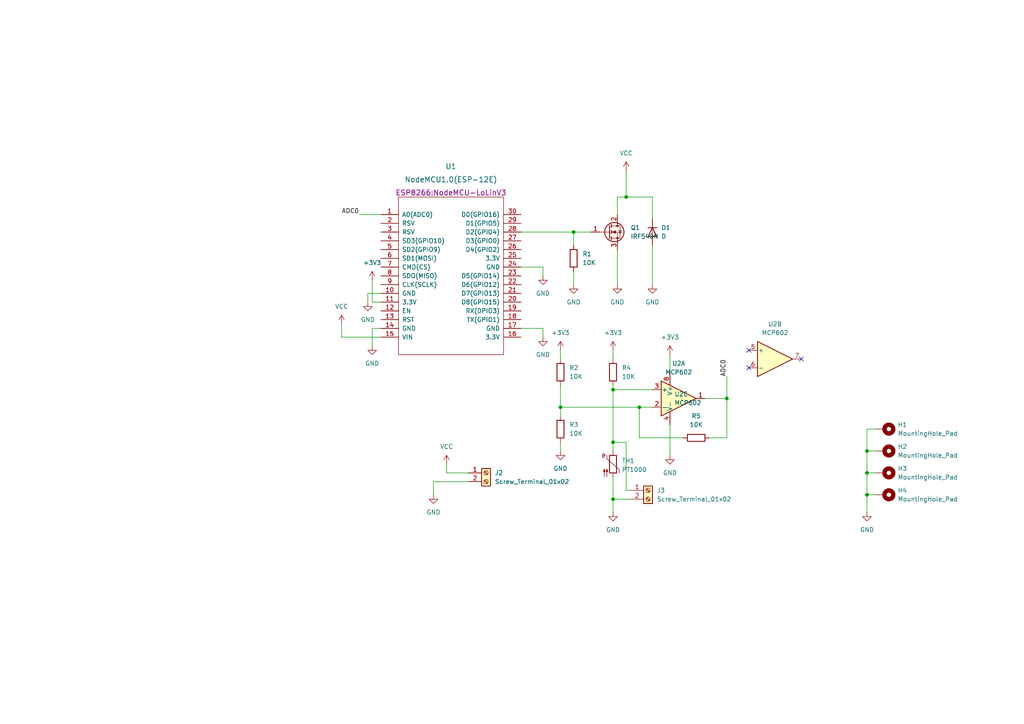
<source format=kicad_sch>
(kicad_sch (version 20211123) (generator eeschema)
  (paper "A4")
  (lib_symbols
    (symbol "Amplifier_Operational:MCP602" (pin_names (offset 0.127))
      (property "Reference" "U" (at 0 5.08 0))
      (property "Value" "MCP602" (at 0 -5.08 0))
      (symbol "MCP602_1_1"
        (polyline (pts (xy -5.08 5.08) (xy 5.08 0) (xy -5.08 -5.08) (xy -5.08 5.08)) (stroke (width 0.254)) (fill (type background)))
        (pin output line (at 7.62 0 180) (length 2.54) (name "~") (number "1"))
        (pin input line (at -7.62 -2.54 0) (length 2.54) (name "-") (number "2"))
        (pin input line (at -7.62 2.54 0) (length 2.54) (name "+") (number "3"))
      )
      (symbol "MCP602_2_1"
        (polyline (pts (xy -5.08 5.08) (xy 5.08 0) (xy -5.08 -5.08) (xy -5.08 5.08)) (stroke (width 0.254)) (fill (type background)))
        (pin input line (at -7.62 2.54 0) (length 2.54) (name "+") (number "5"))
        (pin input line (at -7.62 -2.54 0) (length 2.54) (name "-") (number "6"))
        (pin output line (at 7.62 0 180) (length 2.54) (name "~") (number "7"))
      )
      (symbol "MCP602_3_1"
        (pin power_in line (at -2.54 -7.62 90) (length 3.81) (name "V-") (number "4"))
        (pin power_in line (at -2.54 7.62 270) (length 3.81) (name "V+") (number "8"))
      )
    )
    (symbol "Connector:Screw_Terminal_01x02" (pin_names (offset 1.016) hide)
      (property "Reference" "J" (at 0 2.54 0))
      (property "Value" "Screw_Terminal_01x02" (at 0 -5.08 0))
      (symbol "Screw_Terminal_01x02_1_1"
        (rectangle (start -1.27 1.27) (end 1.27 -3.81) (stroke (width 0.254)) (fill (type background)))
        (circle (center 0 -2.54) (radius 0.635) (stroke (width 0.1524)))
        (polyline (pts (xy -0.5334 -2.2098) (xy 0.3302 -3.048)) (stroke (width 0.1524)))
        (polyline (pts (xy -0.5334 0.3302) (xy 0.3302 -0.508)) (stroke (width 0.1524)))
        (polyline (pts (xy -0.3556 -2.032) (xy 0.508 -2.8702)) (stroke (width 0.1524)))
        (polyline (pts (xy -0.3556 0.508) (xy 0.508 -0.3302)) (stroke (width 0.1524)))
        (circle (center 0 0) (radius 0.635) (stroke (width 0.1524)))
        (pin passive line (at -5.08 0 0) (length 3.81) (name "Pin_1") (number "1"))
        (pin passive line (at -5.08 -2.54 0) (length 3.81) (name "Pin_2") (number "2"))
      )
    )
    (symbol "Device:D" (pin_numbers hide) (pin_names (offset 1.016) hide)
      (property "Reference" "D" (at 0 2.54 0))
      (property "Value" "D" (at 0 -2.54 0))
      (symbol "D_0_1"
        (polyline (pts (xy -1.27 1.27) (xy -1.27 -1.27)) (stroke (width 0.254)))
        (polyline (pts (xy 1.27 0) (xy -1.27 0)))
        (polyline (pts (xy 1.27 1.27) (xy 1.27 -1.27) (xy -1.27 0) (xy 1.27 1.27)) (stroke (width 0.254)))
      )
      (symbol "D_1_1"
        (pin passive line (at -3.81 0 0) (length 2.54) (name "K") (number "1"))
        (pin passive line (at 3.81 0 180) (length 2.54) (name "A") (number "2"))
      )
    )
    (symbol "Device:R" (pin_numbers hide) (pin_names (offset 0))
      (property "Reference" "R" (at 2.032 0 90))
      (property "Value" "R" (at 0 0 90))
      (symbol "R_0_1"
        (rectangle (start -1.016 -2.54) (end 1.016 2.54) (stroke (width 0.254)))
      )
      (symbol "R_1_1"
        (pin passive line (at 0 3.81 270) (length 1.27) (name "~") (number "1"))
        (pin passive line (at 0 -3.81 90) (length 1.27) (name "~") (number "2"))
      )
    )
    (symbol "ESP8266:NodeMCU1.0(ESP-12E)" (pin_names (offset 1.016))
      (property "Reference" "U" (at 0 21.59 0))
      (property "Value" "NodeMCU1.0(ESP-12E)" (at 0 -21.59 0))
      (symbol "NodeMCU1.0(ESP-12E)_0_1"
        (rectangle (start -15.24 -22.86) (end 15.24 22.86))
      )
      (symbol "NodeMCU1.0(ESP-12E)_1_1"
        (pin input line (at -20.32 17.78 0) (length 5.08) (name "A0(ADC0)") (number "1"))
        (pin input line (at -20.32 -5.08 0) (length 5.08) (name "GND") (number "10"))
        (pin input line (at -20.32 -7.62 0) (length 5.08) (name "3.3V") (number "11"))
        (pin input line (at -20.32 -10.16 0) (length 5.08) (name "EN") (number "12"))
        (pin input line (at -20.32 -12.7 0) (length 5.08) (name "RST") (number "13"))
        (pin input line (at -20.32 -15.24 0) (length 5.08) (name "GND") (number "14"))
        (pin input line (at -20.32 -17.78 0) (length 5.08) (name "VIN") (number "15"))
        (pin input line (at 20.32 -17.78 180) (length 5.08) (name "3.3V") (number "16"))
        (pin input line (at 20.32 -15.24 180) (length 5.08) (name "GND") (number "17"))
        (pin input line (at 20.32 -12.7 180) (length 5.08) (name "TX(GPIO1)") (number "18"))
        (pin input line (at 20.32 -10.16 180) (length 5.08) (name "RX(DPIO3)") (number "19"))
        (pin input line (at -20.32 15.24 0) (length 5.08) (name "RSV") (number "2"))
        (pin input line (at 20.32 -7.62 180) (length 5.08) (name "D8(GPIO15)") (number "20"))
        (pin input line (at 20.32 -5.08 180) (length 5.08) (name "D7(GPIO13)") (number "21"))
        (pin input line (at 20.32 -2.54 180) (length 5.08) (name "D6(GPIO12)") (number "22"))
        (pin input line (at 20.32 0 180) (length 5.08) (name "D5(GPIO14)") (number "23"))
        (pin input line (at 20.32 2.54 180) (length 5.08) (name "GND") (number "24"))
        (pin input line (at 20.32 5.08 180) (length 5.08) (name "3.3V") (number "25"))
        (pin input line (at 20.32 7.62 180) (length 5.08) (name "D4(GPIO2)") (number "26"))
        (pin input line (at 20.32 10.16 180) (length 5.08) (name "D3(GPIO0)") (number "27"))
        (pin input line (at 20.32 12.7 180) (length 5.08) (name "D2(GPIO4)") (number "28"))
        (pin input line (at 20.32 15.24 180) (length 5.08) (name "D1(GPIO5)") (number "29"))
        (pin input line (at -20.32 12.7 0) (length 5.08) (name "RSV") (number "3"))
        (pin input line (at 20.32 17.78 180) (length 5.08) (name "D0(GPIO16)") (number "30"))
        (pin input line (at -20.32 10.16 0) (length 5.08) (name "SD3(GPIO10)") (number "4"))
        (pin input line (at -20.32 7.62 0) (length 5.08) (name "SD2(GPIO9)") (number "5"))
        (pin input line (at -20.32 5.08 0) (length 5.08) (name "SD1(MOSI)") (number "6"))
        (pin input line (at -20.32 2.54 0) (length 5.08) (name "CMD(CS)") (number "7"))
        (pin input line (at -20.32 0 0) (length 5.08) (name "SDO(MISO)") (number "8"))
        (pin input line (at -20.32 -2.54 0) (length 5.08) (name "CLK(SCLK)") (number "9"))
      )
    )
    (symbol "Mechanical:MountingHole_Pad" (pin_numbers hide) (pin_names (offset 1.016) hide)
      (property "Reference" "H" (at 0 6.35 0))
      (property "Value" "MountingHole_Pad" (at 0 4.445 0))
      (symbol "MountingHole_Pad_0_1"
        (circle (center 0 1.27) (radius 1.27) (stroke (width 1.27)))
      )
      (symbol "MountingHole_Pad_1_1"
        (pin input line (at 0 -2.54 90) (length 2.54) (name "1") (number "1"))
      )
    )
    (symbol "Sensor_Temperature:PT1000" (pin_numbers hide) (pin_names (offset 0))
      (property "Reference" "TH" (at -4.445 0 90))
      (property "Value" "PT1000" (at 3.175 0 90))
      (symbol "PT1000_0_1"
        (arc (start -3.048 2.159) (mid -3.0495 2.3143) (end -3.175 2.413))
        (arc (start -3.048 2.159) (mid -2.9736 1.9794) (end -2.794 1.905))
        (arc (start -3.048 2.794) (mid -2.9736 2.6144) (end -2.794 2.54))
        (arc (start -2.794 1.905) (mid -2.6144 1.9794) (end -2.54 2.159))
        (arc (start -2.794 2.54) (mid -2.4393 2.5587) (end -2.159 2.794))
        (arc (start -2.794 3.048) (mid -2.9736 2.9736) (end -3.048 2.794))
        (arc (start -2.54 2.794) (mid -2.6144 2.9736) (end -2.794 3.048))
        (rectangle (start -1.016 2.54) (end 1.016 -2.54) (stroke (width 0.254)))
        (polyline (pts (xy -2.54 2.159) (xy -2.54 2.794)))
        (polyline (pts (xy -1.778 2.54) (xy -1.778 1.524) (xy 1.778 -1.524) (xy 1.778 -2.54)))
        (polyline (pts (xy -2.54 -3.683) (xy -2.54 -1.397) (xy -2.794 -2.159) (xy -2.286 -2.159) (xy -2.54 -1.397) (xy -2.54 -1.651)) (fill (type outline)))
        (polyline (pts (xy -1.778 -3.683) (xy -1.778 -1.397) (xy -2.032 -2.159) (xy -1.524 -2.159) (xy -1.778 -1.397) (xy -1.778 -1.651)) (fill (type outline)))
      )
      (symbol "PT1000_1_1"
        (pin passive line (at 0 3.81 270) (length 1.27) (name "~") (number "1"))
        (pin passive line (at 0 -3.81 90) (length 1.27) (name "~") (number "2"))
      )
    )
    (symbol "Transistor_FET:IRF540N" (pin_names hide)
      (property "Reference" "Q" (at 6.35 1.905 0))
      (property "Value" "IRF540N" (at 6.35 0 0))
      (symbol "IRF540N_0_1"
        (polyline (pts (xy 0.254 0) (xy -2.54 0)))
        (polyline (pts (xy 0.254 1.905) (xy 0.254 -1.905)) (stroke (width 0.254)))
        (polyline (pts (xy 0.762 -1.27) (xy 0.762 -2.286)) (stroke (width 0.254)))
        (polyline (pts (xy 0.762 0.508) (xy 0.762 -0.508)) (stroke (width 0.254)))
        (polyline (pts (xy 0.762 2.286) (xy 0.762 1.27)) (stroke (width 0.254)))
        (polyline (pts (xy 2.54 2.54) (xy 2.54 1.778)))
        (polyline (pts (xy 2.54 -2.54) (xy 2.54 0) (xy 0.762 0)))
        (polyline (pts (xy 0.762 -1.778) (xy 3.302 -1.778) (xy 3.302 1.778) (xy 0.762 1.778)))
        (polyline (pts (xy 1.016 0) (xy 2.032 0.381) (xy 2.032 -0.381) (xy 1.016 0)) (fill (type outline)))
        (polyline (pts (xy 2.794 0.508) (xy 2.921 0.381) (xy 3.683 0.381) (xy 3.81 0.254)))
        (polyline (pts (xy 3.302 0.381) (xy 2.921 -0.254) (xy 3.683 -0.254) (xy 3.302 0.381)))
        (circle (center 1.651 0) (radius 2.794) (stroke (width 0.254)))
        (circle (center 2.54 -1.778) (radius 0.254) (fill (type outline)))
        (circle (center 2.54 1.778) (radius 0.254) (fill (type outline)))
      )
      (symbol "IRF540N_1_1"
        (pin input line (at -5.08 0 0) (length 2.54) (name "G") (number "1"))
        (pin passive line (at 2.54 5.08 270) (length 2.54) (name "D") (number "2"))
        (pin passive line (at 2.54 -5.08 90) (length 2.54) (name "S") (number "3"))
      )
    )
    (symbol "power:+3V3" (power) (pin_names (offset 0))
      (property "Value" "+3V3" (at 0 3.556 0))
      (symbol "+3V3_0_1"
        (polyline (pts (xy -0.762 1.27) (xy 0 2.54)))
        (polyline (pts (xy 0 0) (xy 0 2.54)))
        (polyline (pts (xy 0 2.54) (xy 0.762 1.27)))
      )
      (symbol "+3V3_1_1"
        (pin power_in line (at 0 0 90) (length 0) hide (name "+3V3") (number "1"))
      )
    )
    (symbol "power:GND" (power) (pin_names (offset 0))
      (property "Value" "GND" (at 0 -3.81 0))
      (symbol "GND_0_1"
        (polyline (pts (xy 0 0) (xy 0 -1.27) (xy 1.27 -1.27) (xy 0 -2.54) (xy -1.27 -1.27) (xy 0 -1.27)))
      )
      (symbol "GND_1_1"
        (pin power_in line (at 0 0 270) (length 0) hide (name "GND") (number "1"))
      )
    )
    (symbol "power:VCC" (power) (pin_names (offset 0))
      (property "Value" "VCC" (at 0 3.81 0))
      (symbol "VCC_0_1"
        (polyline (pts (xy -0.762 1.27) (xy 0 2.54)))
        (polyline (pts (xy 0 0) (xy 0 2.54)))
        (polyline (pts (xy 0 2.54) (xy 0.762 1.27)))
      )
      (symbol "VCC_1_1"
        (pin power_in line (at 0 0 90) (length 0) hide (name "VCC") (number "1"))
      )
    )
  )
  (junction (at 177.8 128.27))
  (junction (at 162.56 118.11))
  (junction (at 251.46 137.16))
  (junction (at 210.82 115.57))
  (junction (at 181.61 57.15))
  (junction (at 177.8 113.03))
  (junction (at 185.42 118.11))
  (junction (at 251.46 143.51))
  (junction (at 177.8 144.78))
  (junction (at 251.46 130.81))
  (junction (at 166.37 67.31))
  (no_connect (at 217.17 101.6))
  (no_connect (at 217.17 106.68))
  (no_connect (at 232.41 104.14))
  (wire (pts (xy 166.37 78.74) (xy 166.37 82.55)))
  (wire (pts (xy 171.45 67.31) (xy 166.37 67.31)))
  (wire (pts (xy 177.8 111.76) (xy 177.8 113.03)))
  (wire (pts (xy 151.13 67.31) (xy 166.37 67.31)))
  (wire (pts (xy 181.61 57.15) (xy 189.23 57.15)))
  (wire (pts (xy 162.56 118.11) (xy 185.42 118.11)))
  (wire (pts (xy 177.8 144.78) (xy 182.88 144.78)))
  (wire (pts (xy 251.46 143.51) (xy 251.46 137.16)))
  (wire (pts (xy 125.73 139.7) (xy 125.73 143.51)))
  (wire (pts (xy 99.06 93.98) (xy 99.06 97.79)))
  (wire (pts (xy 251.46 143.51) (xy 254 143.51)))
  (wire (pts (xy 181.61 142.24) (xy 181.61 128.27)))
  (wire (pts (xy 185.42 118.11) (xy 189.23 118.11)))
  (wire (pts (xy 251.46 130.81) (xy 254 130.81)))
  (wire (pts (xy 177.8 144.78) (xy 177.8 148.59)))
  (wire (pts (xy 251.46 124.46) (xy 254 124.46)))
  (wire (pts (xy 181.61 49.53) (xy 181.61 57.15)))
  (wire (pts (xy 179.07 57.15) (xy 181.61 57.15)))
  (wire (pts (xy 157.48 80.01) (xy 157.48 77.47)))
  (wire (pts (xy 106.68 85.09) (xy 110.49 85.09)))
  (wire (pts (xy 166.37 67.31) (xy 166.37 71.12)))
  (wire (pts (xy 251.46 137.16) (xy 251.46 130.81)))
  (wire (pts (xy 162.56 118.11) (xy 162.56 120.65)))
  (wire (pts (xy 210.82 115.57) (xy 210.82 127)))
  (wire (pts (xy 177.8 138.43) (xy 177.8 144.78)))
  (wire (pts (xy 107.95 100.33) (xy 107.95 95.25)))
  (wire (pts (xy 104.14 62.23) (xy 110.49 62.23)))
  (wire (pts (xy 189.23 71.12) (xy 189.23 82.55)))
  (wire (pts (xy 177.8 101.6) (xy 177.8 104.14)))
  (wire (pts (xy 129.54 134.62) (xy 129.54 137.16)))
  (wire (pts (xy 181.61 128.27) (xy 177.8 128.27)))
  (wire (pts (xy 177.8 128.27) (xy 177.8 130.81)))
  (wire (pts (xy 135.89 139.7) (xy 125.73 139.7)))
  (wire (pts (xy 129.54 137.16) (xy 135.89 137.16)))
  (wire (pts (xy 251.46 130.81) (xy 251.46 124.46)))
  (wire (pts (xy 107.95 87.63) (xy 110.49 87.63)))
  (wire (pts (xy 198.12 127) (xy 185.42 127)))
  (wire (pts (xy 210.82 109.22) (xy 210.82 115.57)))
  (wire (pts (xy 189.23 57.15) (xy 189.23 63.5)))
  (wire (pts (xy 185.42 127) (xy 185.42 118.11)))
  (wire (pts (xy 106.68 87.63) (xy 106.68 85.09)))
  (wire (pts (xy 177.8 113.03) (xy 189.23 113.03)))
  (wire (pts (xy 162.56 128.27) (xy 162.56 130.81)))
  (wire (pts (xy 107.95 81.28) (xy 107.95 87.63)))
  (wire (pts (xy 162.56 101.6) (xy 162.56 104.14)))
  (wire (pts (xy 179.07 62.23) (xy 179.07 57.15)))
  (wire (pts (xy 194.31 102.87) (xy 194.31 107.95)))
  (wire (pts (xy 157.48 77.47) (xy 151.13 77.47)))
  (wire (pts (xy 99.06 97.79) (xy 110.49 97.79)))
  (wire (pts (xy 194.31 123.19) (xy 194.31 132.08)))
  (wire (pts (xy 204.47 115.57) (xy 210.82 115.57)))
  (wire (pts (xy 162.56 111.76) (xy 162.56 118.11)))
  (wire (pts (xy 107.95 95.25) (xy 110.49 95.25)))
  (wire (pts (xy 182.88 142.24) (xy 181.61 142.24)))
  (wire (pts (xy 177.8 113.03) (xy 177.8 128.27)))
  (wire (pts (xy 251.46 137.16) (xy 254 137.16)))
  (wire (pts (xy 179.07 72.39) (xy 179.07 82.55)))
  (wire (pts (xy 251.46 148.59) (xy 251.46 143.51)))
  (wire (pts (xy 210.82 127) (xy 205.74 127)))
  (wire (pts (xy 157.48 97.79) (xy 157.48 95.25)))
  (wire (pts (xy 157.48 95.25) (xy 151.13 95.25)))
  (label "ADC0" (at 104.14 62.23 180))
  (label "ADC0" (at 210.82 109.22 90))
  (symbol (lib_id "power:VCC") (at 129.54 134.62 0) (unit 1)
    (property "Reference" "#PWR0105" (effects hide))
    (property "Value" "VCC" (at 129.54 129.54 0))
  )
  (symbol (lib_id "Device:R") (at 162.56 124.46 0) (unit 1)
    (property "Reference" "R3" (at 165.1 123.1899 0) (effects (justify left)))
    (property "Value" "10K" (at 165.1 125.7299 0) (effects (justify left)))
    (property "Footprint" "Resistor_THT:R_Axial_DIN0207_L6.3mm_D2.5mm_P7.62mm_Horizontal" (effects hide))
  )
  (symbol (lib_id "Connector:Screw_Terminal_01x02") (at 187.96 142.24 0) (unit 1)
    (property "Reference" "J3" (at 190.5 142.2399 0) (effects (justify left)))
    (property "Value" "Screw_Terminal_01x02" (at 190.5 144.7799 0) (effects (justify left)))
    (property "Footprint" "TerminalBlock_Phoenix:TerminalBlock_Phoenix_MKDS-1,5-2-5.08_1x02_P5.08mm_Horizontal" (effects hide))
  )
  (symbol (lib_id "Device:R") (at 162.56 107.95 0) (unit 1)
    (property "Reference" "R2" (at 165.1 106.6799 0) (effects (justify left)))
    (property "Value" "10K" (at 165.1 109.2199 0) (effects (justify left)))
    (property "Footprint" "Resistor_THT:R_Axial_DIN0207_L6.3mm_D2.5mm_P7.62mm_Horizontal" (effects hide))
  )
  (symbol (lib_id "power:+3V3") (at 177.8 101.6 0) (unit 1)
    (property "Reference" "#PWR0114" (effects hide))
    (property "Value" "+3V3" (at 177.8 96.52 0))
  )
  (symbol (lib_id "power:GND") (at 107.95 100.33 0) (unit 1)
    (property "Reference" "#PWR0106" (effects hide))
    (property "Value" "GND" (at 107.95 105.41 0))
  )
  (symbol (lib_id "power:+3V3") (at 107.95 81.28 0) (unit 1)
    (property "Reference" "#PWR0111" (effects hide))
    (property "Value" "+3V3" (at 107.95 76.2 0))
  )
  (symbol (lib_id "power:GND") (at 194.31 132.08 0) (unit 1)
    (property "Reference" "#PWR0116" (effects hide))
    (property "Value" "GND" (at 194.31 137.16 0))
  )
  (symbol (lib_id "Sensor_Temperature:PT1000") (at 177.8 134.62 0) (unit 1)
    (property "Reference" "TH1" (at 180.34 133.6674 0) (effects (justify left)))
    (property "Value" "PT1000" (at 180.34 136.2074 0) (effects (justify left)))
    (property "Footprint" "Package_TO_SOT_THT:TO-92-2" (effects hide))
    (property "Datasheet" "https://www.heraeus.com/media/media/group/doc_group/products_1/hst/sot_to/de_15/to_92_d.pdf" (effects hide))
  )
  (symbol (lib_id "Mechanical:MountingHole_Pad") (at 256.54 137.16 270) (unit 1)
    (property "Reference" "H3" (at 260.35 135.8899 90) (effects (justify left)))
    (property "Value" "MountingHole_Pad" (at 260.35 138.4299 90) (effects (justify left)))
    (property "Footprint" "MountingHole:MountingHole_3.2mm_M3_Pad_Via" (effects hide))
  )
  (symbol (lib_id "Mechanical:MountingHole_Pad") (at 256.54 124.46 270) (unit 1)
    (property "Reference" "H1" (at 260.35 123.1899 90) (effects (justify left)))
    (property "Value" "MountingHole_Pad" (at 260.35 125.7299 90) (effects (justify left)))
    (property "Footprint" "MountingHole:MountingHole_3.2mm_M3_Pad_Via" (effects hide))
  )
  (symbol (lib_id "power:GND") (at 162.56 130.81 0) (unit 1)
    (property "Reference" "#PWR0112" (effects hide))
    (property "Value" "GND" (at 162.56 135.89 0))
  )
  (symbol (lib_id "Device:R") (at 201.93 127 90) (unit 1)
    (property "Reference" "R5" (at 201.93 120.65 90))
    (property "Value" "10K" (at 201.93 123.19 90))
    (property "Footprint" "Resistor_THT:R_Axial_DIN0207_L6.3mm_D2.5mm_P7.62mm_Horizontal" (effects hide))
  )
  (symbol (lib_id "Device:R") (at 177.8 107.95 0) (unit 1)
    (property "Reference" "R4" (at 180.34 106.6799 0) (effects (justify left)))
    (property "Value" "10K" (at 180.34 109.2199 0) (effects (justify left)))
    (property "Footprint" "Resistor_THT:R_Axial_DIN0207_L6.3mm_D2.5mm_P7.62mm_Horizontal" (effects hide))
  )
  (symbol (lib_id "Connector:Screw_Terminal_01x02") (at 140.97 137.16 0) (unit 1)
    (property "Reference" "J2" (at 143.51 137.1599 0) (effects (justify left)))
    (property "Value" "Screw_Terminal_01x02" (at 143.51 139.6999 0) (effects (justify left)))
    (property "Footprint" "TerminalBlock_Phoenix:TerminalBlock_Phoenix_MKDS-1,5-2-5.08_1x02_P5.08mm_Horizontal" (effects hide))
  )
  (symbol (lib_id "power:GND") (at 106.68 87.63 0) (unit 1)
    (property "Reference" "#PWR0107" (effects hide))
    (property "Value" "GND" (at 106.68 92.71 0))
  )
  (symbol (lib_id "power:VCC") (at 181.61 49.53 0) (unit 1)
    (property "Reference" "#PWR0104" (effects hide))
    (property "Value" "VCC" (at 181.61 44.45 0))
  )
  (symbol (lib_id "power:GND") (at 157.48 97.79 0) (unit 1)
    (property "Reference" "#PWR0108" (effects hide))
    (property "Value" "GND" (at 157.48 102.87 0))
  )
  (symbol (lib_id "ESP8266:NodeMCU1.0(ESP-12E)") (at 130.81 80.01 0) (unit 1)
    (property "Reference" "U1" (at 130.81 48.26 0) (effects (font (size 1.524 1.524))))
    (property "Value" "NodeMCU1.0(ESP-12E)" (at 130.81 52.07 0) (effects (font (size 1.524 1.524))))
    (property "Footprint" "ESP8266:NodeMCU-LoLinV3" (at 130.81 55.88 0) (effects (font (size 1.524 1.524))))
  )
  (symbol (lib_id "power:+3V3") (at 194.31 102.87 0) (unit 1)
    (property "Reference" "#PWR0115" (effects hide))
    (property "Value" "+3V3" (at 194.31 97.79 0))
  )
  (symbol (lib_id "power:GND") (at 189.23 82.55 0) (unit 1)
    (property "Reference" "#PWR0103" (effects hide))
    (property "Value" "GND" (at 189.23 87.63 0))
  )
  (symbol (lib_id "Mechanical:MountingHole_Pad") (at 256.54 143.51 270) (unit 1)
    (property "Reference" "H4" (at 260.35 142.2399 90) (effects (justify left)))
    (property "Value" "MountingHole_Pad" (at 260.35 144.7799 90) (effects (justify left)))
    (property "Footprint" "MountingHole:MountingHole_3.2mm_M3_Pad_Via" (effects hide))
  )
  (symbol (lib_id "power:GND") (at 251.46 148.59 0) (unit 1)
    (property "Reference" "#PWR0119" (effects hide))
    (property "Value" "GND" (at 251.46 153.67 0))
  )
  (symbol (lib_id "power:VCC") (at 99.06 93.98 0) (unit 1)
    (property "Reference" "#PWR0118" (effects hide))
    (property "Value" "VCC" (at 99.06 88.9 0))
  )
  (symbol (lib_id "Device:D") (at 189.23 67.31 270) (unit 1)
    (property "Reference" "D1" (at 191.77 66.0399 90) (effects (justify left)))
    (property "Value" "D" (at 191.77 68.5799 90) (effects (justify left)))
    (property "Footprint" "Diode_THT:D_DO-35_SOD27_P7.62mm_Horizontal" (effects hide))
  )
  (symbol (lib_id "power:+3V3") (at 162.56 101.6 0) (unit 1)
    (property "Reference" "#PWR0110" (effects hide))
    (property "Value" "+3V3" (at 162.56 96.52 0))
  )
  (symbol (lib_id "power:GND") (at 177.8 148.59 0) (unit 1)
    (property "Reference" "#PWR0113" (effects hide))
    (property "Value" "GND" (at 177.8 153.67 0))
  )
  (symbol (lib_id "Transistor_FET:IRF540N") (at 176.53 67.31 0) (unit 1)
    (property "Reference" "Q1" (at 182.88 66.0399 0) (effects (justify left)))
    (property "Value" "IRF540N" (at 182.88 68.5799 0) (effects (justify left)))
    (property "Footprint" "Package_TO_SOT_THT:TO-220-3_Vertical" (effects hide))
    (property "Datasheet" "http://www.irf.com/product-info/datasheets/data/irf540n.pdf" (effects hide))
  )
  (symbol (lib_id "Device:R") (at 166.37 74.93 0) (unit 1)
    (property "Reference" "R1" (at 168.91 73.6599 0) (effects (justify left)))
    (property "Value" "10K" (at 168.91 76.1999 0) (effects (justify left)))
    (property "Footprint" "Resistor_THT:R_Axial_DIN0207_L6.3mm_D2.5mm_P7.62mm_Horizontal" (effects hide))
  )
  (symbol (lib_id "Amplifier_Operational:MCP602") (at 196.85 115.57 0) (unit 1)
    (property "Reference" "U2" (at 196.85 105.41 0))
    (property "Value" "MCP602" (at 196.85 107.95 0))
    (property "Footprint" "Package_DIP:DIP-8_W7.62mm_LongPads" (effects hide))
    (property "Datasheet" "http://ww1.microchip.com/downloads/en/DeviceDoc/21314g.pdf" (effects hide))
  )
  (symbol (lib_id "Amplifier_Operational:MCP602") (at 196.85 115.57 0) (unit 3)
    (property "Reference" "U2" (at 195.58 114.2999 0) (effects (justify left)))
    (property "Value" "MCP602" (at 195.58 116.8399 0) (effects (justify left)))
    (property "Footprint" "Package_DIP:DIP-8_W7.62mm_LongPads" (effects hide))
    (property "Datasheet" "http://ww1.microchip.com/downloads/en/DeviceDoc/21314g.pdf" (effects hide))
  )
  (symbol (lib_id "power:GND") (at 157.48 80.01 0) (unit 1)
    (property "Reference" "#PWR0109" (effects hide))
    (property "Value" "GND" (at 157.48 85.09 0))
  )
  (symbol (lib_id "Mechanical:MountingHole_Pad") (at 256.54 130.81 270) (unit 1)
    (property "Reference" "H2" (at 260.35 129.5399 90) (effects (justify left)))
    (property "Value" "MountingHole_Pad" (at 260.35 132.0799 90) (effects (justify left)))
    (property "Footprint" "MountingHole:MountingHole_3.2mm_M3_Pad_Via" (effects hide))
  )
  (symbol (lib_id "power:GND") (at 125.73 143.51 0) (unit 1)
    (property "Reference" "#PWR0117" (effects hide))
    (property "Value" "GND" (at 125.73 148.59 0))
  )
  (symbol (lib_id "Amplifier_Operational:MCP602") (at 224.79 104.14 0) (unit 2)
    (property "Reference" "U2" (at 224.79 93.98 0))
    (property "Value" "MCP602" (at 224.79 96.52 0))
    (property "Footprint" "Package_DIP:DIP-8_W7.62mm_LongPads" (effects hide))
    (property "Datasheet" "http://ww1.microchip.com/downloads/en/DeviceDoc/21314g.pdf" (effects hide))
  )
  (symbol (lib_id "power:GND") (at 166.37 82.55 0) (unit 1)
    (property "Reference" "#PWR0101" (effects hide))
    (property "Value" "GND" (at 166.37 87.63 0))
  )
  (symbol (lib_id "power:GND") (at 179.07 82.55 0) (unit 1)
    (property "Reference" "#PWR0102" (effects hide))
    (property "Value" "GND" (at 179.07 87.63 0))
  )
)
</source>
